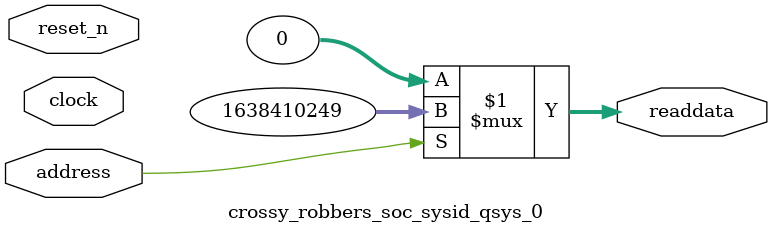
<source format=v>



// synthesis translate_off
`timescale 1ns / 1ps
// synthesis translate_on

// turn off superfluous verilog processor warnings 
// altera message_level Level1 
// altera message_off 10034 10035 10036 10037 10230 10240 10030 

module crossy_robbers_soc_sysid_qsys_0 (
               // inputs:
                address,
                clock,
                reset_n,

               // outputs:
                readdata
             )
;

  output  [ 31: 0] readdata;
  input            address;
  input            clock;
  input            reset_n;

  wire    [ 31: 0] readdata;
  //control_slave, which is an e_avalon_slave
  assign readdata = address ? 1638410249 : 0;

endmodule



</source>
